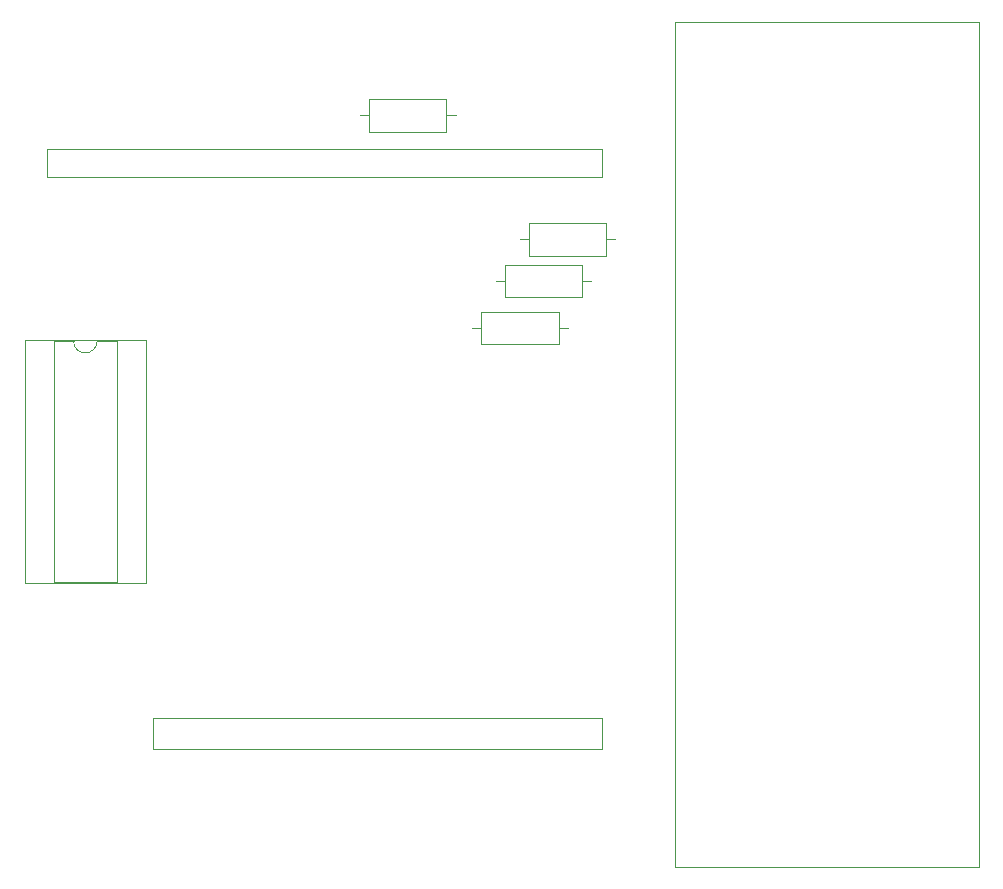
<source format=gto>
%TF.GenerationSoftware,KiCad,Pcbnew,8.0.4-8.0.4-0~ubuntu24.04.1*%
%TF.CreationDate,2024-08-14T22:02:52+02:00*%
%TF.ProjectId,test_pcb,74657374-5f70-4636-922e-6b696361645f,rev?*%
%TF.SameCoordinates,Original*%
%TF.FileFunction,Legend,Top*%
%TF.FilePolarity,Positive*%
%FSLAX46Y46*%
G04 Gerber Fmt 4.6, Leading zero omitted, Abs format (unit mm)*
G04 Created by KiCad (PCBNEW 8.0.4-8.0.4-0~ubuntu24.04.1) date 2024-08-14 22:02:52*
%MOMM*%
%LPD*%
G01*
G04 APERTURE LIST*
%ADD10C,0.120000*%
%ADD11C,0.100000*%
%ADD12C,1.600000*%
%ADD13O,1.600000X1.600000*%
%ADD14R,1.700000X1.600000*%
%ADD15R,1.600000X1.600000*%
G04 APERTURE END LIST*
D10*
X155040000Y-69000000D02*
X154270000Y-69000000D01*
X154270000Y-70370000D02*
X154270000Y-67630000D01*
X154270000Y-67630000D02*
X147730000Y-67630000D01*
X147730000Y-70370000D02*
X154270000Y-70370000D01*
X147730000Y-67630000D02*
X147730000Y-70370000D01*
X146960000Y-69000000D02*
X147730000Y-69000000D01*
X156460000Y-87000000D02*
X157230000Y-87000000D01*
X157230000Y-85630000D02*
X157230000Y-88370000D01*
X157230000Y-88370000D02*
X163770000Y-88370000D01*
X163770000Y-85630000D02*
X157230000Y-85630000D01*
X163770000Y-88370000D02*
X163770000Y-85630000D01*
X164540000Y-87000000D02*
X163770000Y-87000000D01*
X158460000Y-83000000D02*
X159230000Y-83000000D01*
X159230000Y-81630000D02*
X159230000Y-84370000D01*
X159230000Y-84370000D02*
X165770000Y-84370000D01*
X165770000Y-81630000D02*
X159230000Y-81630000D01*
X165770000Y-84370000D02*
X165770000Y-81630000D01*
X166540000Y-83000000D02*
X165770000Y-83000000D01*
D11*
X173650000Y-132650000D02*
X199350000Y-132650000D01*
X199350000Y-61050000D01*
X173650000Y-61050000D01*
X173650000Y-132650000D01*
D10*
X168540000Y-79500000D02*
X167770000Y-79500000D01*
X167770000Y-80870000D02*
X167770000Y-78130000D01*
X167770000Y-78130000D02*
X161230000Y-78130000D01*
X161230000Y-80870000D02*
X167770000Y-80870000D01*
X161230000Y-78130000D02*
X161230000Y-80870000D01*
X160460000Y-79500000D02*
X161230000Y-79500000D01*
D11*
X120440000Y-71800000D02*
X167440000Y-71800000D01*
X167440000Y-74200000D01*
X120440000Y-74200000D01*
X120440000Y-71800000D01*
X129440000Y-120000000D02*
X167440000Y-120000000D01*
X167440000Y-122600000D01*
X129440000Y-122600000D01*
X129440000Y-120000000D01*
D10*
X124690000Y-88090000D02*
G75*
G02*
X122690000Y-88090000I-1000000J0D01*
G01*
X128830000Y-108590000D02*
X128830000Y-88030000D01*
X128830000Y-88030000D02*
X118550000Y-88030000D01*
X126340000Y-108530000D02*
X126340000Y-88090000D01*
X126340000Y-88090000D02*
X124690000Y-88090000D01*
X122690000Y-88090000D02*
X121040000Y-88090000D01*
X121040000Y-108530000D02*
X126340000Y-108530000D01*
X121040000Y-88090000D02*
X121040000Y-108530000D01*
X118550000Y-108590000D02*
X128830000Y-108590000D01*
X118550000Y-88030000D02*
X118550000Y-108590000D01*
%LPC*%
D12*
X156080000Y-69000000D03*
D13*
X145920000Y-69000000D03*
D12*
X155420000Y-87000000D03*
D13*
X165580000Y-87000000D03*
D12*
X157420000Y-83000000D03*
D13*
X167580000Y-83000000D03*
D14*
X197500000Y-103200000D03*
D12*
X197500000Y-100660000D03*
X197500000Y-98120000D03*
X197500000Y-95580000D03*
X197500000Y-93040000D03*
X197500000Y-90500000D03*
X175500000Y-90500000D03*
X175500000Y-93040000D03*
X175500000Y-95580000D03*
X175500000Y-98120000D03*
X175500000Y-100660000D03*
X175500000Y-103200000D03*
D13*
X169580000Y-79500000D03*
D12*
X159420000Y-79500000D03*
D15*
X130720000Y-121260000D03*
D13*
X133260000Y-121260000D03*
X135800000Y-121260000D03*
X138340000Y-121260000D03*
X140880000Y-121260000D03*
X143420000Y-121260000D03*
X145960000Y-121260000D03*
X148500000Y-121260000D03*
X153580000Y-121260000D03*
X156120000Y-121260000D03*
X158660000Y-121260000D03*
X161200000Y-121260000D03*
X163740000Y-121260000D03*
X166280000Y-121260000D03*
X166280000Y-73000000D03*
X163740000Y-73000000D03*
X161200000Y-73000000D03*
X158660000Y-73000000D03*
X156120000Y-73000000D03*
X153580000Y-73000000D03*
X151040000Y-73000000D03*
X148500000Y-73000000D03*
X144440000Y-73000000D03*
X141900000Y-73000000D03*
X139360000Y-73000000D03*
X136820000Y-73000000D03*
X134280000Y-73000000D03*
X131740000Y-73000000D03*
X129200000Y-73000000D03*
X126660000Y-73000000D03*
X124120000Y-73000000D03*
X121580000Y-73000000D03*
X127500000Y-89420000D03*
X127500000Y-91960000D03*
X127500000Y-94500000D03*
X127500000Y-97040000D03*
X127500000Y-99580000D03*
X127500000Y-102120000D03*
X127500000Y-104660000D03*
X127500000Y-107200000D03*
X119880000Y-107200000D03*
X119880000Y-104660000D03*
X119880000Y-102120000D03*
X119880000Y-99580000D03*
X119880000Y-97040000D03*
X119880000Y-94500000D03*
X119880000Y-91960000D03*
D15*
X119880000Y-89420000D03*
%LPD*%
M02*

</source>
